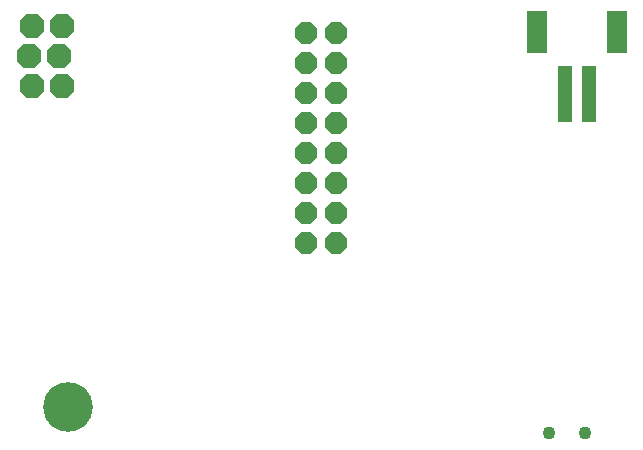
<source format=gbs>
G75*
G70*
%OFA0B0*%
%FSLAX24Y24*%
%IPPOS*%
%LPD*%
%AMOC8*
5,1,8,0,0,1.08239X$1,22.5*
%
%ADD10C,0.1655*%
%ADD11OC8,0.0720*%
%ADD12R,0.0474X0.1891*%
%ADD13R,0.0710X0.1419*%
%ADD14OC8,0.0820*%
%ADD15C,0.0434*%
D10*
X002158Y002164D03*
D11*
X010103Y007609D03*
X011103Y007609D03*
X011103Y008609D03*
X010103Y008609D03*
X010103Y009609D03*
X011103Y009609D03*
X011103Y010609D03*
X010103Y010609D03*
X010103Y011609D03*
X011103Y011609D03*
X011103Y012609D03*
X011103Y013609D03*
X010103Y013609D03*
X010103Y012609D03*
X010103Y014609D03*
X011103Y014609D03*
D12*
X018727Y012597D03*
X019514Y012597D03*
D13*
X020459Y014644D03*
X017782Y014644D03*
D14*
X001947Y014845D03*
X000947Y014845D03*
X000847Y013845D03*
X001847Y013845D03*
X001947Y012845D03*
X000947Y012845D03*
D15*
X018197Y001294D03*
X019378Y001294D03*
M02*

</source>
